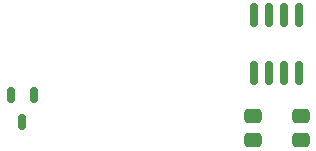
<source format=gbr>
%TF.GenerationSoftware,KiCad,Pcbnew,9.0.3*%
%TF.CreationDate,2025-12-07T20:19:00-06:00*%
%TF.ProjectId,AmmeterRelays,416d6d65-7465-4725-9265-6c6179732e6b,rev?*%
%TF.SameCoordinates,Original*%
%TF.FileFunction,Paste,Top*%
%TF.FilePolarity,Positive*%
%FSLAX46Y46*%
G04 Gerber Fmt 4.6, Leading zero omitted, Abs format (unit mm)*
G04 Created by KiCad (PCBNEW 9.0.3) date 2025-12-07 20:19:00*
%MOMM*%
%LPD*%
G01*
G04 APERTURE LIST*
G04 Aperture macros list*
%AMRoundRect*
0 Rectangle with rounded corners*
0 $1 Rounding radius*
0 $2 $3 $4 $5 $6 $7 $8 $9 X,Y pos of 4 corners*
0 Add a 4 corners polygon primitive as box body*
4,1,4,$2,$3,$4,$5,$6,$7,$8,$9,$2,$3,0*
0 Add four circle primitives for the rounded corners*
1,1,$1+$1,$2,$3*
1,1,$1+$1,$4,$5*
1,1,$1+$1,$6,$7*
1,1,$1+$1,$8,$9*
0 Add four rect primitives between the rounded corners*
20,1,$1+$1,$2,$3,$4,$5,0*
20,1,$1+$1,$4,$5,$6,$7,0*
20,1,$1+$1,$6,$7,$8,$9,0*
20,1,$1+$1,$8,$9,$2,$3,0*%
G04 Aperture macros list end*
%ADD10RoundRect,0.150000X-0.150000X0.825000X-0.150000X-0.825000X0.150000X-0.825000X0.150000X0.825000X0*%
%ADD11RoundRect,0.250000X0.475000X-0.337500X0.475000X0.337500X-0.475000X0.337500X-0.475000X-0.337500X0*%
%ADD12RoundRect,0.150000X-0.150000X0.512500X-0.150000X-0.512500X0.150000X-0.512500X0.150000X0.512500X0*%
%ADD13RoundRect,0.250000X-0.475000X0.337500X-0.475000X-0.337500X0.475000X-0.337500X0.475000X0.337500X0*%
G04 APERTURE END LIST*
D10*
%TO.C,U1*%
X102235000Y-53151000D03*
X100965000Y-53151000D03*
X99695000Y-53151000D03*
X98425000Y-53151000D03*
X98425000Y-58101000D03*
X99695000Y-58101000D03*
X100965000Y-58101000D03*
X102235000Y-58101000D03*
%TD*%
D11*
%TO.C,C1*%
X98298000Y-63775500D03*
X98298000Y-61700500D03*
%TD*%
D12*
%TO.C,Q1*%
X79756000Y-59944000D03*
X77856000Y-59944000D03*
X78806000Y-62219000D03*
%TD*%
D13*
%TO.C,C2*%
X102362000Y-61700500D03*
X102362000Y-63775500D03*
%TD*%
M02*

</source>
